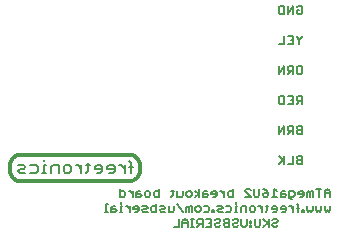
<source format=gbo>
G75*
G70*
%OFA0B0*%
%FSLAX24Y24*%
%IPPOS*%
%LPD*%
%AMOC8*
5,1,8,0,0,1.08239X$1,22.5*
%
%ADD10C,0.0120*%
%ADD11C,0.0050*%
%ADD12C,0.0080*%
D10*
X007290Y002660D02*
X007290Y002790D01*
X007291Y002826D01*
X007295Y002862D01*
X007303Y002898D01*
X007314Y002932D01*
X007329Y002966D01*
X007347Y002997D01*
X007368Y003027D01*
X007391Y003054D01*
X007418Y003080D01*
X007446Y003102D01*
X007477Y003121D01*
X007509Y003138D01*
X007543Y003151D01*
X007578Y003161D01*
X007614Y003167D01*
X007650Y003170D01*
X011270Y003170D01*
X011270Y003169D02*
X011307Y003166D01*
X011344Y003158D01*
X011379Y003147D01*
X011414Y003133D01*
X011446Y003115D01*
X011477Y003094D01*
X011506Y003071D01*
X011532Y003044D01*
X011556Y003015D01*
X011577Y002984D01*
X011594Y002951D01*
X011608Y002917D01*
X011619Y002881D01*
X011626Y002844D01*
X011630Y002807D01*
X011629Y002770D01*
X011630Y002770D02*
X011630Y002660D01*
X011629Y002624D01*
X011625Y002588D01*
X011617Y002552D01*
X011606Y002518D01*
X011591Y002484D01*
X011573Y002453D01*
X011552Y002423D01*
X011529Y002396D01*
X011502Y002370D01*
X011474Y002348D01*
X011443Y002329D01*
X011411Y002312D01*
X011377Y002299D01*
X011342Y002289D01*
X011306Y002283D01*
X011270Y002280D01*
X007650Y002280D01*
X007614Y002283D01*
X007578Y002289D01*
X007543Y002299D01*
X007509Y002312D01*
X007477Y002329D01*
X007446Y002348D01*
X007418Y002370D01*
X007391Y002396D01*
X007368Y002423D01*
X007347Y002453D01*
X007329Y002484D01*
X007314Y002518D01*
X007303Y002552D01*
X007295Y002588D01*
X007291Y002624D01*
X007290Y002660D01*
D11*
X010507Y001538D02*
X010507Y001267D01*
X010552Y001267D02*
X010462Y001267D01*
X010667Y001267D02*
X010667Y001403D01*
X010712Y001448D01*
X010802Y001448D01*
X010802Y001358D02*
X010667Y001358D01*
X010667Y001267D02*
X010802Y001267D01*
X010847Y001313D01*
X010802Y001358D01*
X010953Y001267D02*
X011043Y001267D01*
X010998Y001267D02*
X010998Y001448D01*
X011043Y001448D01*
X010998Y001538D02*
X010998Y001583D01*
X010961Y001767D02*
X011096Y001767D01*
X011141Y001813D01*
X011141Y001903D01*
X011096Y001948D01*
X010961Y001948D01*
X010961Y002038D02*
X010961Y001767D01*
X011252Y001948D02*
X011297Y001948D01*
X011387Y001858D01*
X011387Y001948D02*
X011387Y001767D01*
X011501Y001767D02*
X011637Y001767D01*
X011682Y001813D01*
X011637Y001858D01*
X011501Y001858D01*
X011501Y001903D02*
X011501Y001767D01*
X011501Y001903D02*
X011547Y001948D01*
X011637Y001948D01*
X011796Y001903D02*
X011796Y001813D01*
X011841Y001767D01*
X011931Y001767D01*
X011976Y001813D01*
X011976Y001903D01*
X011931Y001948D01*
X011841Y001948D01*
X011796Y001903D01*
X012091Y001903D02*
X012091Y001813D01*
X012136Y001767D01*
X012271Y001767D01*
X012271Y002038D01*
X012271Y001948D02*
X012136Y001948D01*
X012091Y001903D01*
X012672Y001948D02*
X012762Y001948D01*
X012717Y001993D02*
X012717Y001813D01*
X012672Y001767D01*
X012877Y001767D02*
X012877Y001948D01*
X013057Y001948D02*
X013057Y001813D01*
X013012Y001767D01*
X012877Y001767D01*
X013171Y001813D02*
X013171Y001903D01*
X013216Y001948D01*
X013306Y001948D01*
X013351Y001903D01*
X013351Y001813D01*
X013306Y001767D01*
X013216Y001767D01*
X013171Y001813D01*
X013462Y001767D02*
X013597Y001858D01*
X013462Y001948D01*
X013597Y002038D02*
X013597Y001767D01*
X013711Y001767D02*
X013846Y001767D01*
X013892Y001813D01*
X013846Y001858D01*
X013711Y001858D01*
X013711Y001903D02*
X013711Y001767D01*
X013711Y001903D02*
X013756Y001948D01*
X013846Y001948D01*
X014006Y001903D02*
X014006Y001858D01*
X014186Y001858D01*
X014186Y001813D02*
X014186Y001903D01*
X014141Y001948D01*
X014051Y001948D01*
X014006Y001903D01*
X014141Y001767D02*
X014186Y001813D01*
X014141Y001767D02*
X014051Y001767D01*
X014297Y001948D02*
X014342Y001948D01*
X014432Y001858D01*
X014432Y001948D02*
X014432Y001767D01*
X014546Y001813D02*
X014546Y001903D01*
X014591Y001948D01*
X014726Y001948D01*
X014726Y002038D02*
X014726Y001767D01*
X014591Y001767D01*
X014546Y001813D01*
X014829Y001583D02*
X014829Y001538D01*
X014829Y001448D02*
X014829Y001267D01*
X014874Y001267D02*
X014784Y001267D01*
X014677Y001313D02*
X014677Y001403D01*
X014632Y001448D01*
X014497Y001448D01*
X014383Y001403D02*
X014338Y001448D01*
X014202Y001448D01*
X014247Y001358D02*
X014338Y001358D01*
X014383Y001403D01*
X014383Y001267D02*
X014247Y001267D01*
X014202Y001313D01*
X014247Y001358D01*
X014088Y001313D02*
X014043Y001313D01*
X014043Y001267D01*
X014088Y001267D01*
X014088Y001313D01*
X013941Y001313D02*
X013941Y001403D01*
X013896Y001448D01*
X013760Y001448D01*
X013646Y001403D02*
X013601Y001448D01*
X013511Y001448D01*
X013466Y001403D01*
X013466Y001313D01*
X013511Y001267D01*
X013601Y001267D01*
X013646Y001313D01*
X013646Y001403D01*
X013760Y001267D02*
X013896Y001267D01*
X013941Y001313D01*
X014008Y001038D02*
X013827Y001038D01*
X013713Y001038D02*
X013578Y001038D01*
X013533Y000993D01*
X013533Y000903D01*
X013578Y000858D01*
X013713Y000858D01*
X013623Y000858D02*
X013533Y000767D01*
X013418Y000767D02*
X013328Y000767D01*
X013373Y000767D02*
X013373Y001038D01*
X013418Y001038D02*
X013328Y001038D01*
X013222Y000948D02*
X013132Y001038D01*
X013042Y000948D01*
X013042Y000767D01*
X012927Y000767D02*
X012747Y000767D01*
X012927Y000767D02*
X012927Y001038D01*
X013042Y000903D02*
X013222Y000903D01*
X013222Y000948D02*
X013222Y000767D01*
X013713Y000767D02*
X013713Y001038D01*
X013918Y000903D02*
X014008Y000903D01*
X014122Y000858D02*
X014122Y000813D01*
X014167Y000767D01*
X014257Y000767D01*
X014302Y000813D01*
X014257Y000903D02*
X014167Y000903D01*
X014122Y000858D01*
X014122Y000993D02*
X014167Y001038D01*
X014257Y001038D01*
X014302Y000993D01*
X014302Y000948D01*
X014257Y000903D01*
X014417Y000948D02*
X014462Y000903D01*
X014597Y000903D01*
X014711Y000858D02*
X014711Y000813D01*
X014756Y000767D01*
X014847Y000767D01*
X014892Y000813D01*
X014847Y000903D02*
X014756Y000903D01*
X014711Y000858D01*
X014711Y000993D02*
X014756Y001038D01*
X014847Y001038D01*
X014892Y000993D01*
X014892Y000948D01*
X014847Y000903D01*
X015006Y000813D02*
X015006Y001038D01*
X015186Y001038D02*
X015186Y000813D01*
X015141Y000767D01*
X015051Y000767D01*
X015006Y000813D01*
X015289Y000813D02*
X015289Y000767D01*
X015334Y000767D01*
X015334Y000813D01*
X015289Y000813D01*
X015289Y000903D02*
X015334Y000903D01*
X015334Y000948D01*
X015289Y000948D01*
X015289Y000903D01*
X015448Y000813D02*
X015448Y001038D01*
X015628Y001038D02*
X015628Y000813D01*
X015583Y000767D01*
X015493Y000767D01*
X015448Y000813D01*
X015743Y000767D02*
X015878Y000903D01*
X015923Y000858D02*
X015743Y001038D01*
X015923Y001038D02*
X015923Y000767D01*
X016037Y000813D02*
X016082Y000767D01*
X016172Y000767D01*
X016218Y000813D01*
X016172Y000903D02*
X016082Y000903D01*
X016037Y000858D01*
X016037Y000813D01*
X016172Y000903D02*
X016218Y000948D01*
X016218Y000993D01*
X016172Y001038D01*
X016082Y001038D01*
X016037Y000993D01*
X016064Y001267D02*
X016155Y001267D01*
X016200Y001313D01*
X016200Y001403D01*
X016155Y001448D01*
X016064Y001448D01*
X016019Y001403D01*
X016019Y001358D01*
X016200Y001358D01*
X016314Y001358D02*
X016494Y001358D01*
X016494Y001403D02*
X016449Y001448D01*
X016359Y001448D01*
X016314Y001403D01*
X016314Y001358D01*
X016359Y001267D02*
X016449Y001267D01*
X016494Y001313D01*
X016494Y001403D01*
X016605Y001448D02*
X016650Y001448D01*
X016740Y001358D01*
X016740Y001448D02*
X016740Y001267D01*
X016891Y001267D02*
X016891Y001493D01*
X016846Y001538D01*
X016846Y001403D02*
X016936Y001403D01*
X017039Y001313D02*
X017039Y001267D01*
X017084Y001267D01*
X017084Y001313D01*
X017039Y001313D01*
X017198Y001313D02*
X017198Y001448D01*
X017378Y001448D02*
X017378Y001313D01*
X017333Y001267D01*
X017288Y001313D01*
X017243Y001267D01*
X017198Y001313D01*
X017493Y001313D02*
X017493Y001448D01*
X017673Y001448D02*
X017673Y001313D01*
X017628Y001267D01*
X017583Y001313D01*
X017538Y001267D01*
X017493Y001313D01*
X017787Y001313D02*
X017787Y001448D01*
X017968Y001448D02*
X017968Y001313D01*
X017922Y001267D01*
X017877Y001313D01*
X017832Y001267D01*
X017787Y001313D01*
X017787Y001767D02*
X017787Y001948D01*
X017877Y002038D01*
X017968Y001948D01*
X017968Y001767D01*
X017968Y001903D02*
X017787Y001903D01*
X017673Y002038D02*
X017493Y002038D01*
X017583Y002038D02*
X017583Y001767D01*
X017378Y001767D02*
X017378Y001948D01*
X017333Y001948D01*
X017288Y001903D01*
X017243Y001948D01*
X017198Y001903D01*
X017198Y001767D01*
X017288Y001767D02*
X017288Y001903D01*
X017084Y001903D02*
X017084Y001813D01*
X017039Y001767D01*
X016948Y001767D01*
X016903Y001858D02*
X017084Y001858D01*
X017084Y001903D02*
X017039Y001948D01*
X016948Y001948D01*
X016903Y001903D01*
X016903Y001858D01*
X016789Y001903D02*
X016789Y001813D01*
X016744Y001767D01*
X016609Y001767D01*
X016609Y001722D02*
X016609Y001948D01*
X016744Y001948D01*
X016789Y001903D01*
X016699Y001677D02*
X016654Y001677D01*
X016609Y001722D01*
X016494Y001813D02*
X016449Y001858D01*
X016314Y001858D01*
X016314Y001903D02*
X016314Y001767D01*
X016449Y001767D01*
X016494Y001813D01*
X016449Y001948D02*
X016359Y001948D01*
X016314Y001903D01*
X016200Y001948D02*
X016110Y002038D01*
X016110Y001767D01*
X016200Y001767D02*
X016019Y001767D01*
X015905Y001813D02*
X015860Y001767D01*
X015770Y001767D01*
X015725Y001813D01*
X015725Y001858D01*
X015770Y001903D01*
X015905Y001903D01*
X015905Y001813D01*
X015905Y001903D02*
X015815Y001993D01*
X015725Y002038D01*
X015610Y002038D02*
X015610Y001813D01*
X015565Y001767D01*
X015475Y001767D01*
X015430Y001813D01*
X015430Y002038D01*
X015316Y001993D02*
X015271Y002038D01*
X015181Y002038D01*
X015135Y001993D01*
X015135Y001948D01*
X015316Y001767D01*
X015135Y001767D01*
X015168Y001448D02*
X015033Y001448D01*
X014988Y001403D01*
X014988Y001267D01*
X015168Y001267D02*
X015168Y001448D01*
X015283Y001403D02*
X015328Y001448D01*
X015418Y001448D01*
X015463Y001403D01*
X015463Y001313D01*
X015418Y001267D01*
X015328Y001267D01*
X015283Y001313D01*
X015283Y001403D01*
X015573Y001448D02*
X015618Y001448D01*
X015709Y001358D01*
X015709Y001448D02*
X015709Y001267D01*
X015815Y001267D02*
X015860Y001313D01*
X015860Y001493D01*
X015905Y001448D02*
X015815Y001448D01*
X014874Y001448D02*
X014829Y001448D01*
X014677Y001313D02*
X014632Y001267D01*
X014497Y001267D01*
X014462Y001038D02*
X014417Y000993D01*
X014417Y000948D01*
X014462Y000903D02*
X014417Y000858D01*
X014417Y000813D01*
X014462Y000767D01*
X014597Y000767D01*
X014597Y001038D01*
X014462Y001038D01*
X014008Y001038D02*
X014008Y000767D01*
X013827Y000767D01*
X013351Y001267D02*
X013351Y001448D01*
X013306Y001448D01*
X013261Y001403D01*
X013216Y001448D01*
X013171Y001403D01*
X013171Y001267D01*
X013261Y001267D02*
X013261Y001403D01*
X013057Y001267D02*
X012877Y001538D01*
X012762Y001448D02*
X012762Y001313D01*
X012717Y001267D01*
X012582Y001267D01*
X012582Y001448D01*
X012467Y001403D02*
X012422Y001358D01*
X012332Y001358D01*
X012287Y001313D01*
X012332Y001267D01*
X012467Y001267D01*
X012467Y001403D02*
X012422Y001448D01*
X012287Y001448D01*
X012173Y001448D02*
X012038Y001448D01*
X011993Y001403D01*
X011993Y001313D01*
X012038Y001267D01*
X012173Y001267D01*
X012173Y001538D01*
X011878Y001403D02*
X011833Y001448D01*
X011698Y001448D01*
X011743Y001358D02*
X011833Y001358D01*
X011878Y001403D01*
X011878Y001267D02*
X011743Y001267D01*
X011698Y001313D01*
X011743Y001358D01*
X011583Y001358D02*
X011403Y001358D01*
X011403Y001403D01*
X011448Y001448D01*
X011538Y001448D01*
X011583Y001403D01*
X011583Y001313D01*
X011538Y001267D01*
X011448Y001267D01*
X011289Y001267D02*
X011289Y001448D01*
X011199Y001448D02*
X011154Y001448D01*
X011199Y001448D02*
X011289Y001358D01*
X010552Y001538D02*
X010507Y001538D01*
X016261Y002861D02*
X016396Y002996D01*
X016441Y002951D02*
X016261Y003131D01*
X016441Y003131D02*
X016441Y002861D01*
X016555Y002861D02*
X016735Y002861D01*
X016735Y003131D01*
X016850Y003086D02*
X016850Y003041D01*
X016895Y002996D01*
X017030Y002996D01*
X017030Y002861D02*
X016895Y002861D01*
X016850Y002906D01*
X016850Y002951D01*
X016895Y002996D01*
X016850Y003086D02*
X016895Y003131D01*
X017030Y003131D01*
X017030Y002861D01*
X017030Y003861D02*
X016895Y003861D01*
X016850Y003906D01*
X016850Y003951D01*
X016895Y003996D01*
X017030Y003996D01*
X017030Y003861D02*
X017030Y004131D01*
X016895Y004131D01*
X016850Y004086D01*
X016850Y004041D01*
X016895Y003996D01*
X016735Y003951D02*
X016600Y003951D01*
X016555Y003996D01*
X016555Y004086D01*
X016600Y004131D01*
X016735Y004131D01*
X016735Y003861D01*
X016645Y003951D02*
X016555Y003861D01*
X016441Y003861D02*
X016441Y004131D01*
X016261Y003861D01*
X016261Y004131D01*
X016306Y004861D02*
X016261Y004906D01*
X016261Y005086D01*
X016306Y005131D01*
X016441Y005131D01*
X016441Y004861D01*
X016306Y004861D01*
X016555Y004861D02*
X016735Y004861D01*
X016735Y005131D01*
X016555Y005131D01*
X016645Y004996D02*
X016735Y004996D01*
X016850Y004996D02*
X016850Y005086D01*
X016895Y005131D01*
X017030Y005131D01*
X017030Y004861D01*
X017030Y004951D02*
X016895Y004951D01*
X016850Y004996D01*
X016940Y004951D02*
X016850Y004861D01*
X016895Y005861D02*
X016850Y005906D01*
X016850Y006086D01*
X016895Y006131D01*
X016985Y006131D01*
X017030Y006086D01*
X017030Y005906D01*
X016985Y005861D01*
X016895Y005861D01*
X016735Y005861D02*
X016735Y006131D01*
X016600Y006131D01*
X016555Y006086D01*
X016555Y005996D01*
X016600Y005951D01*
X016735Y005951D01*
X016645Y005951D02*
X016555Y005861D01*
X016441Y005861D02*
X016441Y006131D01*
X016261Y005861D01*
X016261Y006131D01*
X016261Y006861D02*
X016441Y006861D01*
X016441Y007131D01*
X016555Y007131D02*
X016735Y007131D01*
X016735Y006861D01*
X016555Y006861D01*
X016645Y006996D02*
X016735Y006996D01*
X016850Y007086D02*
X016850Y007131D01*
X016850Y007086D02*
X016940Y006996D01*
X016940Y006861D01*
X016940Y006996D02*
X017030Y007086D01*
X017030Y007131D01*
X016985Y007861D02*
X016895Y007861D01*
X016850Y007906D01*
X016850Y007996D01*
X016940Y007996D01*
X017030Y007906D02*
X016985Y007861D01*
X017030Y007906D02*
X017030Y008086D01*
X016985Y008131D01*
X016895Y008131D01*
X016850Y008086D01*
X016735Y008131D02*
X016555Y007861D01*
X016555Y008131D01*
X016441Y008131D02*
X016306Y008131D01*
X016261Y008086D01*
X016261Y007906D01*
X016306Y007861D01*
X016441Y007861D01*
X016441Y008131D01*
X016735Y008131D02*
X016735Y007861D01*
D12*
X011338Y002879D02*
X011277Y002940D01*
X011338Y002879D02*
X011338Y002570D01*
X011277Y002755D02*
X011400Y002755D01*
X011124Y002693D02*
X011000Y002817D01*
X010939Y002817D01*
X010778Y002755D02*
X010717Y002817D01*
X010593Y002817D01*
X010532Y002755D01*
X010532Y002693D01*
X010778Y002693D01*
X010778Y002632D02*
X010778Y002755D01*
X010778Y002632D02*
X010717Y002570D01*
X010593Y002570D01*
X010364Y002632D02*
X010364Y002755D01*
X010302Y002817D01*
X010179Y002817D01*
X010117Y002755D01*
X010117Y002693D01*
X010364Y002693D01*
X010364Y002632D02*
X010302Y002570D01*
X010179Y002570D01*
X009888Y002632D02*
X009826Y002570D01*
X009888Y002632D02*
X009888Y002879D01*
X009950Y002817D02*
X009826Y002817D01*
X009674Y002817D02*
X009674Y002570D01*
X009674Y002693D02*
X009550Y002817D01*
X009488Y002817D01*
X009328Y002755D02*
X009328Y002632D01*
X009267Y002570D01*
X009143Y002570D01*
X009081Y002632D01*
X009081Y002755D01*
X009143Y002817D01*
X009267Y002817D01*
X009328Y002755D01*
X008914Y002817D02*
X008914Y002570D01*
X008914Y002817D02*
X008729Y002817D01*
X008667Y002755D01*
X008667Y002570D01*
X008500Y002570D02*
X008376Y002570D01*
X008438Y002570D02*
X008438Y002817D01*
X008500Y002817D01*
X008438Y002940D02*
X008438Y003002D01*
X008223Y002755D02*
X008162Y002817D01*
X007976Y002817D01*
X007809Y002755D02*
X007747Y002817D01*
X007562Y002817D01*
X007624Y002693D02*
X007747Y002693D01*
X007809Y002755D01*
X007809Y002570D02*
X007624Y002570D01*
X007562Y002632D01*
X007624Y002693D01*
X007976Y002570D02*
X008162Y002570D01*
X008223Y002632D01*
X008223Y002755D01*
X011124Y002817D02*
X011124Y002570D01*
M02*

</source>
